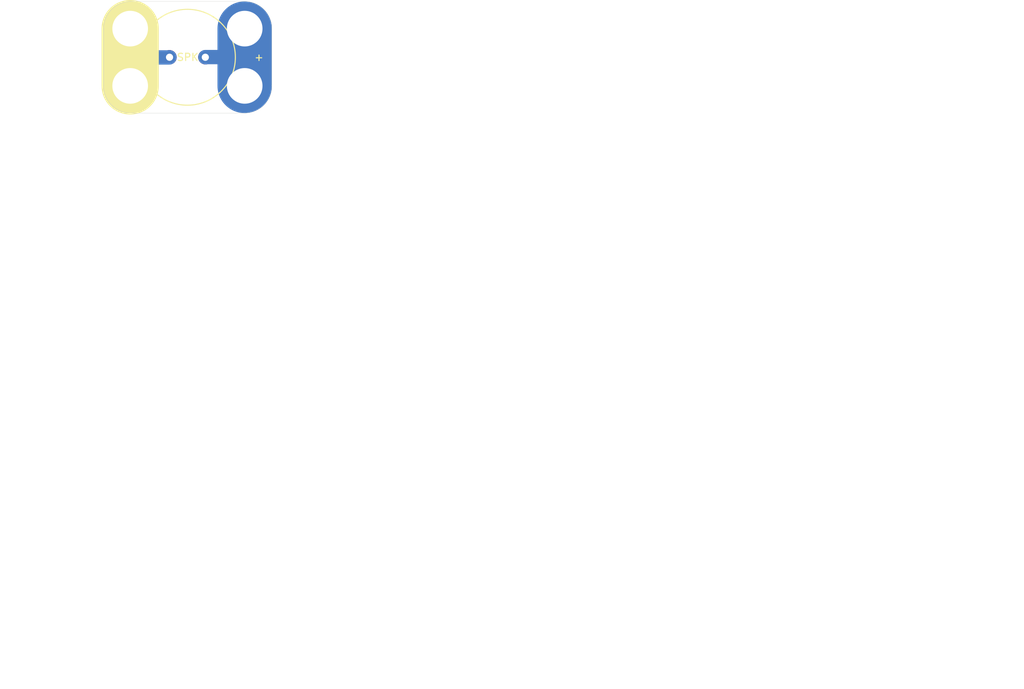
<source format=kicad_pcb>
(kicad_pcb (version 4) (host pcbnew 4.0.5-e0-6337~49~ubuntu16.04.1)

  (general
    (links 4)
    (no_connects 4)
    (area 104.572999 74.854999 178.510001 123.265001)
    (thickness 1.6)
    (drawings 2)
    (tracks 0)
    (zones 0)
    (modules 1)
    (nets 3)
  )

  (page USLetter)
  (title_block
    (title "2x3 Piezo Speaker (5mm Pitch) Module")
    (date "18 Jan 2017")
    (rev 1.0)
    (company "All rights reserved.")
    (comment 1 help@browndoggadgets.com)
    (comment 2 http://browndoggadgets.com/)
    (comment 3 "Brown Dog Gadgets")
  )

  (layers
    (0 F.Cu signal)
    (31 B.Cu signal)
    (34 B.Paste user)
    (35 F.Paste user)
    (36 B.SilkS user)
    (37 F.SilkS user)
    (38 B.Mask user)
    (39 F.Mask user)
    (40 Dwgs.User user)
    (44 Edge.Cuts user)
    (46 B.CrtYd user)
    (47 F.CrtYd user)
    (48 B.Fab user)
    (49 F.Fab user)
  )

  (setup
    (last_trace_width 0.254)
    (user_trace_width 0.1524)
    (user_trace_width 0.254)
    (user_trace_width 0.3302)
    (user_trace_width 0.508)
    (user_trace_width 0.762)
    (user_trace_width 1.27)
    (trace_clearance 0.254)
    (zone_clearance 0.508)
    (zone_45_only no)
    (trace_min 0.1524)
    (segment_width 0.1524)
    (edge_width 0.1524)
    (via_size 0.6858)
    (via_drill 0.3302)
    (via_min_size 0.6858)
    (via_min_drill 0.3302)
    (user_via 0.6858 0.3302)
    (user_via 0.762 0.4064)
    (user_via 0.8636 0.508)
    (uvia_size 0.6858)
    (uvia_drill 0.3302)
    (uvias_allowed no)
    (uvia_min_size 0)
    (uvia_min_drill 0)
    (pcb_text_width 0.1524)
    (pcb_text_size 1.016 1.016)
    (mod_edge_width 0.1524)
    (mod_text_size 1.016 1.016)
    (mod_text_width 0.1524)
    (pad_size 1.524 1.524)
    (pad_drill 0.762)
    (pad_to_mask_clearance 0.0762)
    (solder_mask_min_width 0.1016)
    (pad_to_paste_clearance -0.0762)
    (aux_axis_origin 0 0)
    (visible_elements FFFEDF7D)
    (pcbplotparams
      (layerselection 0x310fc_80000001)
      (usegerberextensions true)
      (excludeedgelayer true)
      (linewidth 0.100000)
      (plotframeref false)
      (viasonmask false)
      (mode 1)
      (useauxorigin false)
      (hpglpennumber 1)
      (hpglpenspeed 20)
      (hpglpendiameter 15)
      (hpglpenoverlay 2)
      (psnegative false)
      (psa4output false)
      (plotreference true)
      (plotvalue true)
      (plotinvisibletext false)
      (padsonsilk false)
      (subtractmaskfromsilk false)
      (outputformat 1)
      (mirror false)
      (drillshape 0)
      (scaleselection 1)
      (outputdirectory gerbers))
  )

  (net 0 "")
  (net 1 /1)
  (net 2 /2)

  (net_class Default "This is the default net class."
    (clearance 0.254)
    (trace_width 0.254)
    (via_dia 0.6858)
    (via_drill 0.3302)
    (uvia_dia 0.6858)
    (uvia_drill 0.3302)
    (add_net /1)
    (add_net /2)
  )

  (module Crazy_Circuits:SPEAKER-PIEZO-5MMPitch-PS12-PS14-2x3 (layer F.Cu) (tedit 58A2DCEE) (tstamp 58806EFF)
    (at 24.8686 44.8056)
    (descr "piezo speaker 12 mm")
    (tags "buzzer speaker piezo")
    (path /58806521)
    (fp_text reference SPK1 (at 11.775 -8.2 90) (layer B.SilkS) hide
      (effects (font (size 1 1) (thickness 0.15)) (justify mirror))
    )
    (fp_text value Speaker (at 8 -0.5) (layer F.Fab) hide
      (effects (font (size 1 1) (thickness 0.15)))
    )
    (fp_circle (center 8 -4) (end 13 1) (layer F.Fab) (width 0.1))
    (fp_line (start 5.45 -3.975) (end 0.7 -3.975) (layer B.Cu) (width 2))
    (fp_line (start 0 -8) (end 0 0) (layer B.Mask) (width 7.6))
    (fp_line (start 0 -8) (end 0 0) (layer F.SilkS) (width 8))
    (fp_text user - (at -2 -4) (layer F.SilkS)
      (effects (font (size 1 1) (thickness 0.15)))
    )
    (fp_circle (center 8 -4) (end 14.7 -4) (layer F.SilkS) (width 0.15))
    (fp_text user + (at 18 -4) (layer F.SilkS)
      (effects (font (size 1 1) (thickness 0.15)))
    )
    (fp_line (start 0 -8) (end 0 0) (layer B.Cu) (width 7.6))
    (fp_line (start 16 -8) (end 16 0) (layer B.Cu) (width 7.6))
    (fp_line (start 16 -8) (end 16 0) (layer B.Mask) (width 7.6))
    (fp_line (start 15.275 -4.025) (end 10.525 -4.025) (layer B.Cu) (width 2))
    (fp_line (start -3.7 -8) (end -3.7 0) (layer Edge.Cuts) (width 0.04064))
    (fp_line (start -3.7 -8) (end -3.7 0) (layer F.Fab) (width 0.04064))
    (fp_text user %R (at 4.3 0) (layer F.Fab) hide
      (effects (font (size 1 1) (thickness 0.15)))
    )
    (fp_arc (start 0.106632 -8.00018) (end -3.693368 -7.90018) (angle 89.9) (layer Edge.Cuts) (width 0.04064))
    (fp_arc (start 0.111824 0) (end 0.411824 3.8) (angle 94.51398846) (layer Edge.Cuts) (width 0.04064))
    (fp_arc (start 16 0) (end 19.8 -0.1) (angle 91.50743576) (layer Edge.Cuts) (width 0.04064))
    (fp_arc (start 16 -8) (end 15.9 -11.8) (angle 91.50743576) (layer Edge.Cuts) (width 0.04064))
    (fp_line (start 19.8 -8) (end 19.8 0) (layer Edge.Cuts) (width 0.04064))
    (fp_line (start 16 -11.8) (end 0 -11.8) (layer Edge.Cuts) (width 0.04064))
    (fp_line (start 16 3.8) (end 0.3 3.8) (layer Edge.Cuts) (width 0.04064))
    (fp_arc (start 0.106632 -8.00018) (end -3.693368 -7.90018) (angle 89.9) (layer F.Fab) (width 0.04064))
    (fp_arc (start 0.111824 0) (end 0.411824 3.8) (angle 94.51398846) (layer F.Fab) (width 0.04064))
    (fp_arc (start 16 0) (end 19.8 -0.1) (angle 91.50743576) (layer F.Fab) (width 0.04064))
    (fp_arc (start 16 -8) (end 15.9 -11.8) (angle 91.50743576) (layer F.Fab) (width 0.04064))
    (fp_line (start 19.8 -8) (end 19.8 0) (layer F.Fab) (width 0.04064))
    (fp_line (start 16 -11.8) (end 0 -11.8) (layer F.Fab) (width 0.04064))
    (fp_line (start 16 3.8) (end 0.3 3.8) (layer F.Fab) (width 0.04064))
    (fp_text user %R (at 8.3 -4) (layer F.Fab)
      (effects (font (size 1 1) (thickness 0.15)))
    )
    (pad 1 thru_hole circle (at 5.5 -4) (size 2 2) (drill 1.00076) (layers *.Cu *.Mask)
      (net 1 /1))
    (pad 2 thru_hole circle (at 10.5 -4) (size 2 2) (drill 1.00076) (layers *.Cu *.Mask)
      (net 2 /2))
    (pad 1 thru_hole circle (at 0 0) (size 6 6) (drill 4.98) (layers *.Cu B.Mask)
      (net 1 /1))
    (pad 2 thru_hole circle (at 16 0) (size 6 6) (drill 4.98) (layers *.Cu B.Mask)
      (net 2 /2))
    (pad 2 thru_hole circle (at 16 -8) (size 6 6) (drill 4.98) (layers *.Cu B.Mask)
      (net 2 /2))
    (pad 1 thru_hole circle (at 0 -8) (size 6 6) (drill 4.98) (layers *.Cu B.Mask)
      (net 1 /1))
    (pad "" np_thru_hole circle (at 8 -8) (size 4.98 4.98) (drill 4.98) (layers *.Cu))
    (pad "" np_thru_hole circle (at 8 0) (size 4.98 4.98) (drill 4.98) (layers *.Cu))
  )

  (gr_text "FABRICATION NOTES\n\n1. THIS IS A 2 LAYER BOARD. \n2. EXTERNAL LAYERS SHALL HAVE 1 OZ COPPER.\n3. MATERIAL: FR4 AND 0.062 INCH +/- 10% THICK.\n4. BOARDS SHALL BE ROHS COMPLIANT. \n5. MANUFACTURE IN ACCORDANCE WITH IPC-6012 CLASS 2\n6. MASK: BOTH SIDES OF THE BOARD SHALL HAVE \n   SOLDER MASK (BLACK) OVER BARE COPPER. \n7. SILK: BOTH SIDES OF THE BOARD SHALL HAVE WHITE SILK. \n   DO NOT PLACE SILK OVER BARE COPPER.\n8. FINISH: ENIG.\n9. MINIMUM TRACE WIDTH - 0.006 INCH.\n   MINIMUM SPACE - 0.006 INCH.\n   MINIMUM HOLE DIA - 0.013 INCH. \n10. MAX HOLE PLACEMENT TOLERANCE OF +/- 0.003 INCH.\n11. MAX HOLE DIAMETER TOLERANCE OF +/- 0.003 INCH AFTER PLATING." (at 6.6802 94.4118) (layer Dwgs.User)
    (effects (font (size 2.54 2.54) (thickness 0.254)) (justify left))
  )
  (gr_text SPK (at 32.90824 40.80256) (layer F.SilkS)
    (effects (font (size 1.016 1.016) (thickness 0.1524)))
  )

)

</source>
